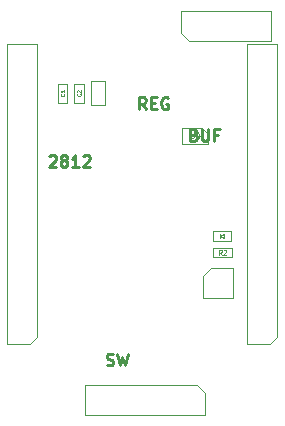
<source format=gbr>
G04 #@! TF.FileFunction,Other,Fab,Top*
%FSLAX46Y46*%
G04 Gerber Fmt 4.6, Leading zero omitted, Abs format (unit mm)*
G04 Created by KiCad (PCBNEW 4.0.7-e2-6376~61~ubuntu18.04.1) date Sun Jul  8 15:07:32 2018*
%MOMM*%
%LPD*%
G01*
G04 APERTURE LIST*
%ADD10C,0.100000*%
%ADD11C,0.250000*%
%ADD12C,0.075000*%
G04 APERTURE END LIST*
D10*
D11*
X114642857Y-157904762D02*
X114785714Y-157952381D01*
X115023810Y-157952381D01*
X115119048Y-157904762D01*
X115166667Y-157857143D01*
X115214286Y-157761905D01*
X115214286Y-157666667D01*
X115166667Y-157571429D01*
X115119048Y-157523810D01*
X115023810Y-157476190D01*
X114833333Y-157428571D01*
X114738095Y-157380952D01*
X114690476Y-157333333D01*
X114642857Y-157238095D01*
X114642857Y-157142857D01*
X114690476Y-157047619D01*
X114738095Y-157000000D01*
X114833333Y-156952381D01*
X115071429Y-156952381D01*
X115214286Y-157000000D01*
X115547619Y-156952381D02*
X115785714Y-157952381D01*
X115976191Y-157238095D01*
X116166667Y-157952381D01*
X116404762Y-156952381D01*
X109785714Y-140247619D02*
X109833333Y-140200000D01*
X109928571Y-140152381D01*
X110166667Y-140152381D01*
X110261905Y-140200000D01*
X110309524Y-140247619D01*
X110357143Y-140342857D01*
X110357143Y-140438095D01*
X110309524Y-140580952D01*
X109738095Y-141152381D01*
X110357143Y-141152381D01*
X110928571Y-140580952D02*
X110833333Y-140533333D01*
X110785714Y-140485714D01*
X110738095Y-140390476D01*
X110738095Y-140342857D01*
X110785714Y-140247619D01*
X110833333Y-140200000D01*
X110928571Y-140152381D01*
X111119048Y-140152381D01*
X111214286Y-140200000D01*
X111261905Y-140247619D01*
X111309524Y-140342857D01*
X111309524Y-140390476D01*
X111261905Y-140485714D01*
X111214286Y-140533333D01*
X111119048Y-140580952D01*
X110928571Y-140580952D01*
X110833333Y-140628571D01*
X110785714Y-140676190D01*
X110738095Y-140771429D01*
X110738095Y-140961905D01*
X110785714Y-141057143D01*
X110833333Y-141104762D01*
X110928571Y-141152381D01*
X111119048Y-141152381D01*
X111214286Y-141104762D01*
X111261905Y-141057143D01*
X111309524Y-140961905D01*
X111309524Y-140771429D01*
X111261905Y-140676190D01*
X111214286Y-140628571D01*
X111119048Y-140580952D01*
X112261905Y-141152381D02*
X111690476Y-141152381D01*
X111976190Y-141152381D02*
X111976190Y-140152381D01*
X111880952Y-140295238D01*
X111785714Y-140390476D01*
X111690476Y-140438095D01*
X112642857Y-140247619D02*
X112690476Y-140200000D01*
X112785714Y-140152381D01*
X113023810Y-140152381D01*
X113119048Y-140200000D01*
X113166667Y-140247619D01*
X113214286Y-140342857D01*
X113214286Y-140438095D01*
X113166667Y-140580952D01*
X112595238Y-141152381D01*
X113214286Y-141152381D01*
X122019048Y-138428571D02*
X122161905Y-138476190D01*
X122209524Y-138523810D01*
X122257143Y-138619048D01*
X122257143Y-138761905D01*
X122209524Y-138857143D01*
X122161905Y-138904762D01*
X122066667Y-138952381D01*
X121685714Y-138952381D01*
X121685714Y-137952381D01*
X122019048Y-137952381D01*
X122114286Y-138000000D01*
X122161905Y-138047619D01*
X122209524Y-138142857D01*
X122209524Y-138238095D01*
X122161905Y-138333333D01*
X122114286Y-138380952D01*
X122019048Y-138428571D01*
X121685714Y-138428571D01*
X122685714Y-137952381D02*
X122685714Y-138761905D01*
X122733333Y-138857143D01*
X122780952Y-138904762D01*
X122876190Y-138952381D01*
X123066667Y-138952381D01*
X123161905Y-138904762D01*
X123209524Y-138857143D01*
X123257143Y-138761905D01*
X123257143Y-137952381D01*
X124066667Y-138428571D02*
X123733333Y-138428571D01*
X123733333Y-138952381D02*
X123733333Y-137952381D01*
X124209524Y-137952381D01*
X117957143Y-136252381D02*
X117623809Y-135776190D01*
X117385714Y-136252381D02*
X117385714Y-135252381D01*
X117766667Y-135252381D01*
X117861905Y-135300000D01*
X117909524Y-135347619D01*
X117957143Y-135442857D01*
X117957143Y-135585714D01*
X117909524Y-135680952D01*
X117861905Y-135728571D01*
X117766667Y-135776190D01*
X117385714Y-135776190D01*
X118385714Y-135728571D02*
X118719048Y-135728571D01*
X118861905Y-136252381D02*
X118385714Y-136252381D01*
X118385714Y-135252381D01*
X118861905Y-135252381D01*
X119814286Y-135300000D02*
X119719048Y-135252381D01*
X119576191Y-135252381D01*
X119433333Y-135300000D01*
X119338095Y-135395238D01*
X119290476Y-135490476D01*
X119242857Y-135680952D01*
X119242857Y-135823810D01*
X119290476Y-136014286D01*
X119338095Y-136109524D01*
X119433333Y-136204762D01*
X119576191Y-136252381D01*
X119671429Y-136252381D01*
X119814286Y-136204762D01*
X119861905Y-136157143D01*
X119861905Y-135823810D01*
X119671429Y-135823810D01*
D10*
X124200000Y-146800000D02*
X124200000Y-147200000D01*
X124250000Y-147000000D02*
X124550000Y-146800000D01*
X124550000Y-147200000D02*
X124250000Y-147000000D01*
X124550000Y-146800000D02*
X124550000Y-147200000D01*
X125200000Y-147400000D02*
X123600000Y-147400000D01*
X125200000Y-146600000D02*
X125200000Y-147400000D01*
X123600000Y-146600000D02*
X125200000Y-146600000D01*
X123600000Y-147400000D02*
X123600000Y-146600000D01*
X110500000Y-135700000D02*
X110500000Y-134100000D01*
X110500000Y-134100000D02*
X111300000Y-134100000D01*
X111300000Y-134100000D02*
X111300000Y-135700000D01*
X111300000Y-135700000D02*
X110500000Y-135700000D01*
X111900000Y-135700000D02*
X111900000Y-134100000D01*
X111900000Y-134100000D02*
X112700000Y-134100000D01*
X112700000Y-134100000D02*
X112700000Y-135700000D01*
X112700000Y-135700000D02*
X111900000Y-135700000D01*
X114520000Y-135900000D02*
X113280000Y-135900000D01*
X114520000Y-133900000D02*
X114520000Y-135900000D01*
X113280000Y-133900000D02*
X114520000Y-133900000D01*
X113280000Y-135900000D02*
X113280000Y-133900000D01*
X108135000Y-156170000D02*
X106230000Y-156170000D01*
X106230000Y-156170000D02*
X106230000Y-130770000D01*
X106230000Y-130770000D02*
X108770000Y-130770000D01*
X108770000Y-130770000D02*
X108770000Y-155535000D01*
X108770000Y-155535000D02*
X108135000Y-156170000D01*
X128455000Y-156170000D02*
X126550000Y-156170000D01*
X126550000Y-156170000D02*
X126550000Y-130770000D01*
X126550000Y-130770000D02*
X129090000Y-130770000D01*
X129090000Y-130770000D02*
X129090000Y-155535000D01*
X129090000Y-155535000D02*
X128455000Y-156170000D01*
X120950000Y-129835000D02*
X120950000Y-127930000D01*
X120950000Y-127930000D02*
X128570000Y-127930000D01*
X128570000Y-127930000D02*
X128570000Y-130470000D01*
X128570000Y-130470000D02*
X121585000Y-130470000D01*
X121585000Y-130470000D02*
X120950000Y-129835000D01*
X122950000Y-160265000D02*
X122950000Y-162170000D01*
X122950000Y-162170000D02*
X112790000Y-162170000D01*
X112790000Y-162170000D02*
X112790000Y-159630000D01*
X112790000Y-159630000D02*
X122315000Y-159630000D01*
X122315000Y-159630000D02*
X122950000Y-160265000D01*
X123465000Y-149730000D02*
X125370000Y-149730000D01*
X125370000Y-149730000D02*
X125370000Y-152270000D01*
X125370000Y-152270000D02*
X122830000Y-152270000D01*
X122830000Y-152270000D02*
X122830000Y-150365000D01*
X122830000Y-150365000D02*
X123465000Y-149730000D01*
X125250000Y-148000000D02*
X125250000Y-148800000D01*
X123650000Y-148000000D02*
X125250000Y-148000000D01*
X123650000Y-148800000D02*
X123650000Y-148000000D01*
X125250000Y-148800000D02*
X123650000Y-148800000D01*
X123200000Y-139175000D02*
X123200000Y-138325000D01*
X122700000Y-137825000D02*
X121000000Y-137825000D01*
X123200000Y-139175000D02*
X121000000Y-139175000D01*
X121000000Y-139175000D02*
X121000000Y-137825000D01*
X123200000Y-138325000D02*
X122700000Y-137825000D01*
D12*
X111007143Y-134950000D02*
X111021429Y-134964286D01*
X111035714Y-135007143D01*
X111035714Y-135035714D01*
X111021429Y-135078571D01*
X110992857Y-135107143D01*
X110964286Y-135121428D01*
X110907143Y-135135714D01*
X110864286Y-135135714D01*
X110807143Y-135121428D01*
X110778571Y-135107143D01*
X110750000Y-135078571D01*
X110735714Y-135035714D01*
X110735714Y-135007143D01*
X110750000Y-134964286D01*
X110764286Y-134950000D01*
X111035714Y-134664286D02*
X111035714Y-134835714D01*
X111035714Y-134750000D02*
X110735714Y-134750000D01*
X110778571Y-134778571D01*
X110807143Y-134807143D01*
X110821429Y-134835714D01*
X112407143Y-134950000D02*
X112421429Y-134964286D01*
X112435714Y-135007143D01*
X112435714Y-135035714D01*
X112421429Y-135078571D01*
X112392857Y-135107143D01*
X112364286Y-135121428D01*
X112307143Y-135135714D01*
X112264286Y-135135714D01*
X112207143Y-135121428D01*
X112178571Y-135107143D01*
X112150000Y-135078571D01*
X112135714Y-135035714D01*
X112135714Y-135007143D01*
X112150000Y-134964286D01*
X112164286Y-134950000D01*
X112164286Y-134835714D02*
X112150000Y-134821428D01*
X112135714Y-134792857D01*
X112135714Y-134721428D01*
X112150000Y-134692857D01*
X112164286Y-134678571D01*
X112192857Y-134664286D01*
X112221429Y-134664286D01*
X112264286Y-134678571D01*
X112435714Y-134850000D01*
X112435714Y-134664286D01*
X124383334Y-148580952D02*
X124250000Y-148390476D01*
X124154762Y-148580952D02*
X124154762Y-148180952D01*
X124307143Y-148180952D01*
X124345238Y-148200000D01*
X124364286Y-148219048D01*
X124383334Y-148257143D01*
X124383334Y-148314286D01*
X124364286Y-148352381D01*
X124345238Y-148371429D01*
X124307143Y-148390476D01*
X124154762Y-148390476D01*
X124535714Y-148219048D02*
X124554762Y-148200000D01*
X124592857Y-148180952D01*
X124688095Y-148180952D01*
X124726191Y-148200000D01*
X124745238Y-148219048D01*
X124764286Y-148257143D01*
X124764286Y-148295238D01*
X124745238Y-148352381D01*
X124516667Y-148580952D01*
X124764286Y-148580952D01*
X121719048Y-138226190D02*
X121719048Y-138630952D01*
X121742857Y-138678571D01*
X121766667Y-138702381D01*
X121814286Y-138726190D01*
X121909524Y-138726190D01*
X121957143Y-138702381D01*
X121980952Y-138678571D01*
X122004762Y-138630952D01*
X122004762Y-138226190D01*
X122457143Y-138392857D02*
X122457143Y-138726190D01*
X122338096Y-138202381D02*
X122219048Y-138559524D01*
X122528572Y-138559524D01*
M02*

</source>
